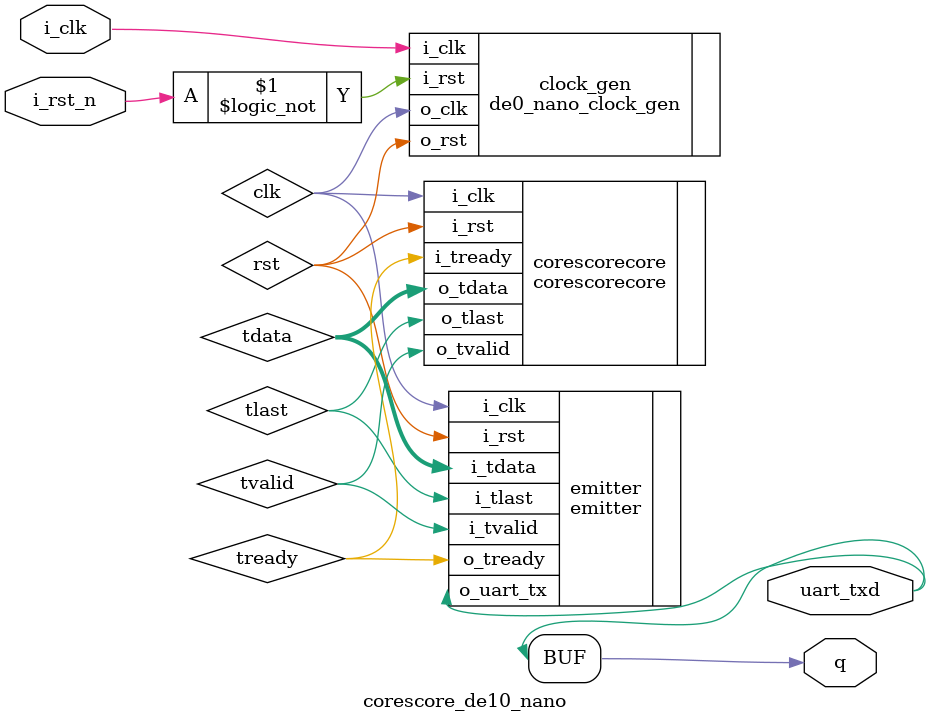
<source format=v>

`default_nettype none
module corescore_de10_nano
(
 input wire  i_clk,
 input wire  i_rst_n,
 output wire q,
 output wire uart_txd);

   wire      clk;
   wire      rst;

   //Mirror UART output to LED
   assign q = uart_txd;

   de0_nano_clock_gen clock_gen
     (.i_clk (i_clk),
      .i_rst (!i_rst_n),
      .o_clk (clk),
      .o_rst (rst));

   parameter memfile_emitter = "emitter.hex";

   wire [7:0]  tdata;
   wire        tlast;
   wire        tvalid;
   wire        tready;

   corescorecore corescorecore
     (.i_clk     (clk),
      .i_rst     (rst),
      .o_tdata   (tdata),
      .o_tlast   (tlast),
      .o_tvalid  (tvalid),
      .i_tready  (tready));

   emitter #(.memfile (memfile_emitter)) emitter
     (.i_clk     (clk),
      .i_rst     (rst),
      .i_tdata   (tdata),
      .i_tlast   (tlast),
      .i_tvalid  (tvalid),
      .o_tready  (tready),
      .o_uart_tx (uart_txd));

endmodule

</source>
